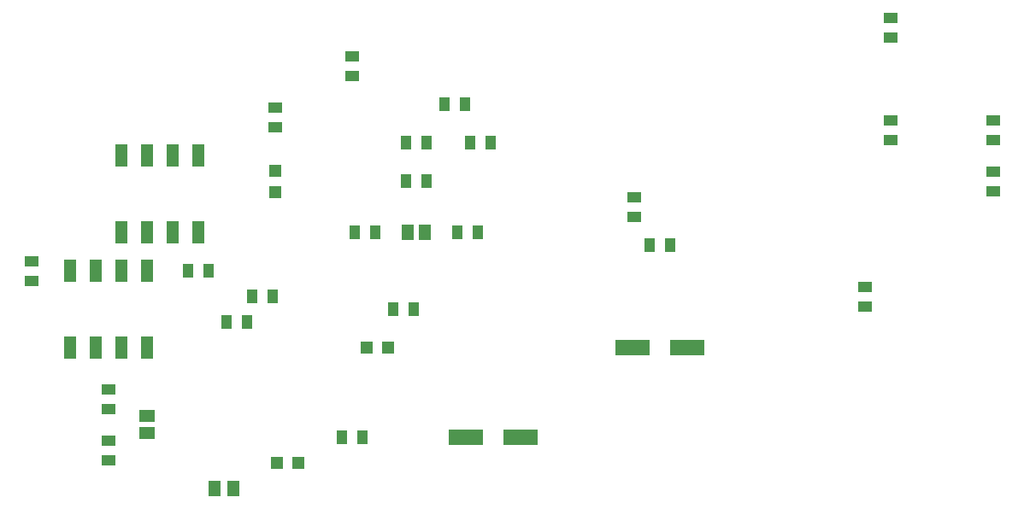
<source format=gtp>
G75*
G70*
%OFA0B0*%
%FSLAX24Y24*%
%IPPOS*%
%LPD*%
%AMOC8*
5,1,8,0,0,1.08239X$1,22.5*
%
%ADD10R,0.0551X0.0433*%
%ADD11R,0.0472X0.0472*%
%ADD12R,0.1378X0.0630*%
%ADD13R,0.0512X0.0591*%
%ADD14R,0.0512X0.0630*%
%ADD15R,0.0591X0.0512*%
%ADD16R,0.0433X0.0551*%
%ADD17R,0.0472X0.0866*%
D10*
X011933Y012256D03*
X011933Y013044D03*
X011933Y014256D03*
X011933Y015044D03*
X008933Y019256D03*
X008933Y020044D03*
X018433Y025256D03*
X018433Y026044D03*
X021433Y027256D03*
X021433Y028044D03*
X032433Y022544D03*
X032433Y021756D03*
X041433Y019044D03*
X041433Y018256D03*
X046433Y022756D03*
X046433Y023544D03*
X046433Y024756D03*
X046433Y025544D03*
X042433Y025544D03*
X042433Y024756D03*
X042433Y028756D03*
X042433Y029544D03*
D11*
X022847Y016650D03*
X022020Y016650D03*
X019347Y012150D03*
X018520Y012150D03*
X018433Y022737D03*
X018433Y023563D03*
D12*
X032370Y016650D03*
X034496Y016650D03*
X027996Y013150D03*
X025870Y013150D03*
D13*
X024268Y021150D03*
X023599Y021150D03*
D14*
X016059Y011150D03*
X016807Y011150D03*
D15*
X013433Y013315D03*
X013433Y013985D03*
D16*
X016540Y017650D03*
X017327Y017650D03*
X017540Y018650D03*
X018327Y018650D03*
X015827Y019650D03*
X015040Y019650D03*
X021540Y021150D03*
X022327Y021150D03*
X023540Y023150D03*
X024327Y023150D03*
X024327Y024650D03*
X023540Y024650D03*
X025040Y026150D03*
X025827Y026150D03*
X026040Y024650D03*
X026827Y024650D03*
X026327Y021150D03*
X025540Y021150D03*
X023827Y018150D03*
X023040Y018150D03*
X021827Y013150D03*
X021040Y013150D03*
X033040Y020650D03*
X033827Y020650D03*
D17*
X015433Y021154D03*
X014433Y021154D03*
X013433Y021154D03*
X012433Y021154D03*
X012433Y019646D03*
X011433Y019646D03*
X010433Y019646D03*
X013433Y019646D03*
X013433Y016654D03*
X012433Y016654D03*
X011433Y016654D03*
X010433Y016654D03*
X012433Y024146D03*
X013433Y024146D03*
X014433Y024146D03*
X015433Y024146D03*
M02*

</source>
